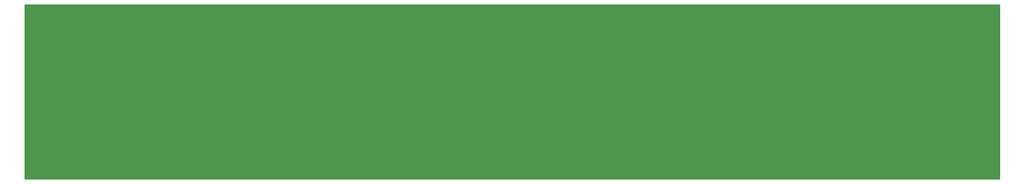
<source format=gbr>
G04 Ground plane for three_conductor_PCB*
%FSLAX32Y32*%
%MOMM*%
%ADD10R,1.00X20.0*%
D10*
G01*
X-05500Y00000D02*
X05500Y00000D01*
M02*

</source>
